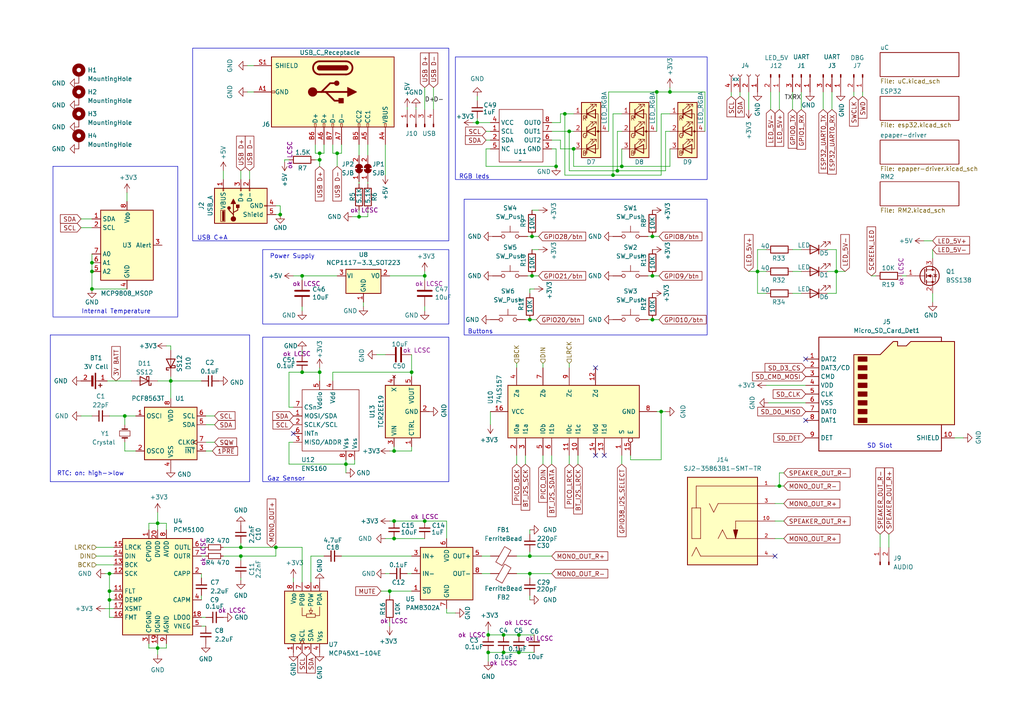
<source format=kicad_sch>
(kicad_sch (version 20250114) (generator "eeschema") (generator_version "9.0")
  (paper "A4")
  (rectangle (start 134.62 57.785) (end 205.105 97.155))
  (rectangle (start 55.88 13.97) (end 130.175 69.85))
  (rectangle (start 76.2 72.39) (end 130.175 93.98))
  (rectangle (start 76.2 97.79) (end 130.175 139.7))
  (rectangle (start 132.08 16.51) (end 205.105 52.07))
  (text "USB C+A" (at 57.15 69.85 0) (effects (font (size 1.27 1.27)) (justify left bottom)))
  (text "SD Slot" (at 251.46 130.175 0) (effects (font (size 1.27 1.27)) (justify left bottom)))
  (text "Internal Temperature" (at 23.622 91.186 0) (effects (font (size 1.27 1.27)) (justify left bottom)))
  (text "RTC: on: high->low" (at 16.51 138.176 0) (effects (font (size 1.27 1.27)) (justify left bottom)))
  (text "Power Supply" (at 78.232 75.184 0) (effects (font (size 1.27 1.27)) (justify left bottom)))
  (text "RGB leds" (at 133.096 52.07 0) (effects (font (size 1.27 1.27)) (justify left bottom)))
  (text "Buttons" (at 135.636 97.028 0) (effects (font (size 1.27 1.27)) (justify left bottom)))
  (text "Gaz Sensor" (at 77.47 139.7 0) (effects (font (size 1.27 1.27)) (justify left bottom)))
  (junction (at 104.14 62.865))
  (junction (at 141.605 189.23))
  (junction (at 81.28 62.23))
  (junction (at 179.07 49.53))
  (junction (at 123.19 151.13))
  (junction (at 226.06 140.97))
  (junction (at 26.67 83.82))
  (junction (at 153.67 166.37))
  (junction (at 189.23 80.01))
  (junction (at 191.77 119.38))
  (junction (at 113.03 171.45))
  (junction (at 166.37 43.18))
  (junction (at 26.67 78.74))
  (junction (at 153.67 92.71))
  (junction (at 97.79 44.45))
  (junction (at 45.72 151.765))
  (junction (at 189.23 68.58))
  (junction (at 69.85 161.29))
  (junction (at 219.71 78.74))
  (junction (at 114.3 151.13))
  (junction (at 161.29 48.26))
  (junction (at 180.34 48.26))
  (junction (at 31.75 173.99))
  (junction (at 163.83 33.02))
  (junction (at 87.63 107.95))
  (junction (at 49.53 110.49))
  (junction (at 242.57 78.74))
  (junction (at 154.305 68.58))
  (junction (at 31.75 166.37))
  (junction (at 114.3 130.81))
  (junction (at 69.85 158.75))
  (junction (at 154.305 80.01))
  (junction (at 45.72 187.96))
  (junction (at 146.05 189.23))
  (junction (at 141.605 184.15))
  (junction (at 92.71 46.355))
  (junction (at 189.23 92.71))
  (junction (at 114.3 156.21))
  (junction (at 119.38 107.95))
  (junction (at 150.495 189.23))
  (junction (at 92.71 107.95))
  (junction (at 190.5 26.67))
  (junction (at 123.19 80.01))
  (junction (at 36.195 120.65))
  (junction (at 100.33 134.62))
  (junction (at 194.31 26.67))
  (junction (at 87.63 80.01))
  (junction (at 26.67 76.2))
  (junction (at 150.495 184.15))
  (junction (at 92.71 44.45))
  (junction (at 146.05 184.15))
  (junction (at 177.8 50.8))
  (junction (at 153.67 161.29))
  (junction (at 31.75 171.45))
  (junction (at 138.43 35.56))
  (junction (at 165.1 38.1))
  (junction (at 80.01 158.75))
  (no_connect (at 233.68 121.92))
  (no_connect (at 233.68 104.14))
  (no_connect (at 85.09 125.73))
  (no_connect (at 172.72 106.68))
  (no_connect (at 224.79 161.29))
  (no_connect (at 172.72 132.08))
  (no_connect (at 175.26 132.08))
  (wire (pts (xy 139.7 166.37) (xy 142.24 166.37)))
  (wire (pts (xy 119.38 130.81) (xy 114.3 130.81)))
  (wire (pts (xy 222.25 111.76) (xy 233.68 111.76)))
  (wire (pts (xy 149.86 105.41) (xy 149.86 106.68)))
  (wire (pts (xy 180.34 134.62) (xy 180.34 132.08)))
  (wire (pts (xy 31.75 171.45) (xy 31.75 173.99)))
  (wire (pts (xy 92.71 48.26) (xy 92.71 46.355)))
  (wire (pts (xy 87.63 88.9) (xy 87.63 90.17)))
  (wire (pts (xy 99.06 44.45) (xy 99.06 41.91)))
  (wire (pts (xy 226.06 26.67) (xy 226.06 31.75)))
  (wire (pts (xy 90.17 161.29) (xy 90.17 168.91)))
  (wire (pts (xy 113.03 130.81) (xy 114.3 130.81)))
  (wire (pts (xy 92.71 107.95) (xy 92.71 110.49)))
  (wire (pts (xy 59.69 181.61) (xy 58.42 181.61)))
  (wire (pts (xy 125.73 25.4) (xy 125.73 31.75)))
  (wire (pts (xy 167.64 134.62) (xy 167.64 132.08)))
  (wire (pts (xy 238.76 31.75) (xy 238.76 26.67)))
  (wire (pts (xy 140.97 38.1) (xy 142.24 38.1)))
  (wire (pts (xy 27.94 158.75) (xy 33.02 158.75)))
  (wire (pts (xy 102.87 133.35) (xy 102.87 134.62)))
  (polyline (pts (xy 15.367 48.26) (xy 15.367 91.821)))
  (wire (pts (xy 223.52 26.67) (xy 223.52 31.75)))
  (polyline (pts (xy 72.39 97.155) (xy 14.605 97.155)))
  (wire (pts (xy 69.85 167.64) (xy 69.85 168.275)))
  (wire (pts (xy 227.33 156.21) (xy 224.79 156.21)))
  (wire (pts (xy 179.07 38.1) (xy 179.07 49.53)))
  (wire (pts (xy 226.06 140.97) (xy 227.33 140.97)))
  (wire (pts (xy 179.07 49.53) (xy 165.1 49.53)))
  (wire (pts (xy 45.72 187.96) (xy 45.72 186.69)))
  (wire (pts (xy 49.53 101.6) (xy 49.53 100.33)))
  (wire (pts (xy 87.63 81.28) (xy 87.63 80.01)))
  (wire (pts (xy 154.305 60.96) (xy 156.21 60.96)))
  (wire (pts (xy 160.02 35.56) (xy 162.56 35.56)))
  (polyline (pts (xy 14.605 139.7) (xy 72.39 139.7)))
  (wire (pts (xy 140.97 48.26) (xy 140.97 43.18)))
  (wire (pts (xy 153.67 153.67) (xy 153.67 154.94)))
  (wire (pts (xy 160.02 40.64) (xy 162.56 40.64)))
  (wire (pts (xy 219.71 78.74) (xy 219.71 85.09)))
  (wire (pts (xy 177.8 33.02) (xy 180.34 33.02)))
  (wire (pts (xy 73.66 19.05) (xy 71.755 19.05)))
  (wire (pts (xy 224.79 140.97) (xy 226.06 140.97)))
  (wire (pts (xy 182.88 133.35) (xy 191.77 133.35)))
  (wire (pts (xy 165.1 134.62) (xy 165.1 132.08)))
  (wire (pts (xy 242.57 85.09) (xy 242.57 78.74)))
  (wire (pts (xy 229.87 85.09) (xy 232.41 85.09)))
  (wire (pts (xy 114.3 130.81) (xy 114.3 129.54)))
  (wire (pts (xy 36.195 130.81) (xy 39.37 130.81)))
  (wire (pts (xy 149.86 134.62) (xy 149.86 132.08)))
  (wire (pts (xy 59.69 128.27) (xy 62.23 128.27)))
  (wire (pts (xy 72.39 49.53) (xy 72.39 52.07)))
  (wire (pts (xy 154.94 184.15) (xy 150.495 184.15)))
  (wire (pts (xy 36.195 120.65) (xy 36.195 123.19)))
  (wire (pts (xy 113.03 151.13) (xy 114.3 151.13)))
  (wire (pts (xy 23.495 63.5) (xy 26.67 63.5)))
  (wire (pts (xy 214.63 27.94) (xy 214.63 26.67)))
  (wire (pts (xy 138.43 34.29) (xy 138.43 35.56)))
  (wire (pts (xy 138.43 35.56) (xy 142.24 35.56)))
  (polyline (pts (xy 14.605 97.155) (xy 14.605 139.7)))
  (wire (pts (xy 85.09 128.27) (xy 83.82 128.27)))
  (wire (pts (xy 113.03 166.37) (xy 111.76 166.37)))
  (wire (pts (xy 191.135 80.01) (xy 189.23 80.01)))
  (wire (pts (xy 43.18 186.69) (xy 43.18 187.96)))
  (wire (pts (xy 43.18 187.96) (xy 45.72 187.96)))
  (wire (pts (xy 241.3 31.75) (xy 241.3 26.67)))
  (wire (pts (xy 176.53 26.67) (xy 176.53 38.1)))
  (wire (pts (xy 73.66 26.67) (xy 71.755 26.67)))
  (wire (pts (xy 217.17 31.75) (xy 217.17 26.67)))
  (wire (pts (xy 177.8 50.8) (xy 191.77 50.8)))
  (wire (pts (xy 30.48 176.53) (xy 33.02 176.53)))
  (wire (pts (xy 222.885 116.84) (xy 233.68 116.84)))
  (wire (pts (xy 153.67 161.29) (xy 160.02 161.29)))
  (wire (pts (xy 180.34 48.26) (xy 180.34 43.18)))
  (wire (pts (xy 45.72 110.49) (xy 49.53 110.49)))
  (wire (pts (xy 152.4 134.62) (xy 152.4 132.08)))
  (wire (pts (xy 69.85 161.29) (xy 80.01 161.29)))
  (wire (pts (xy 26.67 73.66) (xy 26.67 76.2)))
  (wire (pts (xy 227.33 146.05) (xy 224.79 146.05)))
  (wire (pts (xy 141.605 189.23) (xy 146.05 189.23)))
  (wire (pts (xy 31.115 110.49) (xy 38.1 110.49)))
  (wire (pts (xy 163.83 50.8) (xy 177.8 50.8)))
  (wire (pts (xy 81.28 59.69) (xy 81.28 62.23)))
  (wire (pts (xy 240.03 72.39) (xy 242.57 72.39)))
  (wire (pts (xy 96.52 41.91) (xy 96.52 44.45)))
  (wire (pts (xy 87.63 101.6) (xy 87.63 102.87)))
  (wire (pts (xy 59.69 123.19) (xy 62.23 123.19)))
  (wire (pts (xy 140.97 43.18) (xy 142.24 43.18)))
  (wire (pts (xy 229.87 78.74) (xy 232.41 78.74)))
  (wire (pts (xy 190.5 119.38) (xy 191.77 119.38)))
  (wire (pts (xy 83.82 128.27) (xy 83.82 134.62)))
  (wire (pts (xy 100.33 134.62) (xy 100.33 133.35)))
  (wire (pts (xy 153.67 160.02) (xy 153.67 161.29)))
  (wire (pts (xy 132.08 177.8) (xy 129.54 177.8)))
  (wire (pts (xy 31.75 173.99) (xy 33.02 173.99)))
  (wire (pts (xy 92.71 46.355) (xy 92.71 44.45)))
  (wire (pts (xy 240.03 78.74) (xy 242.57 78.74)))
  (wire (pts (xy 106.68 41.91) (xy 106.68 45.085)))
  (wire (pts (xy 153.67 166.37) (xy 160.02 166.37)))
  (wire (pts (xy 261.62 80.01) (xy 262.89 80.01)))
  (wire (pts (xy 193.04 38.1) (xy 193.04 49.53)))
  (wire (pts (xy 154.305 72.39) (xy 156.21 72.39)))
  (wire (pts (xy 161.29 43.18) (xy 161.29 48.26)))
  (wire (pts (xy 189.23 92.71) (xy 187.96 92.71)))
  (wire (pts (xy 96.52 44.45) (xy 97.79 44.45)))
  (wire (pts (xy 279.4 127) (xy 276.86 127)))
  (wire (pts (xy 96.52 107.95) (xy 96.52 110.49)))
  (wire (pts (xy 191.135 92.71) (xy 189.23 92.71)))
  (wire (pts (xy 245.11 78.74) (xy 242.57 78.74)))
  (wire (pts (xy 43.18 153.67) (xy 43.18 151.765)))
  (wire (pts (xy 109.22 102.87) (xy 111.76 102.87)))
  (wire (pts (xy 190.5 26.67) (xy 194.31 26.67)))
  (wire (pts (xy 82.55 46.99) (xy 82.55 46.355)))
  (wire (pts (xy 45.72 189.865) (xy 45.72 187.96)))
  (wire (pts (xy 163.83 33.02) (xy 166.37 33.02)))
  (wire (pts (xy 179.07 49.53) (xy 193.04 49.53)))
  (wire (pts (xy 30.48 166.37) (xy 31.75 166.37)))
  (wire (pts (xy 45.72 151.765) (xy 45.72 153.67)))
  (wire (pts (xy 27.94 161.29) (xy 33.02 161.29)))
  (wire (pts (xy 36.195 128.27) (xy 36.195 130.81)))
  (wire (pts (xy 165.1 38.1) (xy 166.37 38.1)))
  (wire (pts (xy 191.77 133.35) (xy 191.77 119.38)))
  (wire (pts (xy 69.85 158.75) (xy 80.01 158.75)))
  (wire (pts (xy 242.57 72.39) (xy 242.57 78.74)))
  (wire (pts (xy 194.31 38.1) (xy 193.04 38.1)))
  (wire (pts (xy 162.56 40.64) (xy 162.56 43.18)))
  (wire (pts (xy 104.14 41.91) (xy 104.14 45.085)))
  (wire (pts (xy 219.71 72.39) (xy 222.25 72.39)))
  (wire (pts (xy 58.42 166.37) (xy 58.42 167.64)))
  (wire (pts (xy 97.79 48.26) (xy 97.79 44.45)))
  (wire (pts (xy 176.53 26.67) (xy 190.5 26.67)))
  (wire (pts (xy 69.85 49.53) (xy 69.85 52.07)))
  (wire (pts (xy 27.94 163.83) (xy 33.02 163.83)))
  (wire (pts (xy 59.69 179.07) (xy 58.42 179.07)))
  (wire (pts (xy 80.01 161.29) (xy 80.01 158.75)))
  (wire (pts (xy 92.71 44.45) (xy 93.98 44.45)))
  (wire (pts (xy 48.26 187.96) (xy 45.72 187.96)))
  (wire (pts (xy 123.19 80.01) (xy 123.19 78.74)))
  (wire (pts (xy 118.11 166.37) (xy 119.38 166.37)))
  (wire (pts (xy 49.53 100.33) (xy 48.26 100.33)))
  (wire (pts (xy 152.4 92.71) (xy 153.67 92.71)))
  (wire (pts (xy 189.23 68.58) (xy 187.96 68.58)))
  (wire (pts (xy 204.47 38.1) (xy 204.47 26.67)))
  (wire (pts (xy 219.71 72.39) (xy 219.71 78.74)))
  (wire (pts (xy 90.17 161.29) (xy 93.98 161.29)))
  (wire (pts (xy 82.55 46.355) (xy 83.82 46.355)))
  (wire (pts (xy 190.5 38.1) (xy 190.5 26.67)))
  (wire (pts (xy 114.3 156.21) (xy 123.19 156.21)))
  (wire (pts (xy 255.27 154.94) (xy 255.27 158.75)))
  (wire (pts (xy 182.88 133.35) (xy 182.88 132.08)))
  (wire (pts (xy 87.63 107.95) (xy 92.71 107.95)))
  (wire (pts (xy 123.19 151.13) (xy 129.54 151.13)))
  (wire (pts (xy 157.48 134.62) (xy 157.48 132.08)))
  (wire (pts (xy 153.67 167.64) (xy 153.67 166.37)))
  (wire (pts (xy 153.035 80.01) (xy 154.305 80.01)))
  (wire (pts (xy 163.83 33.02) (xy 163.83 50.8)))
  (wire (pts (xy 31.75 166.37) (xy 33.02 166.37)))
  (wire (pts (xy 97.79 44.45) (xy 99.06 44.45)))
  (wire (pts (xy 31.75 179.07) (xy 33.02 179.07)))
  (wire (pts (xy 106.68 52.705) (xy 106.68 53.34)))
  (wire (pts (xy 123.19 81.28) (xy 123.19 80.01)))
  (wire (pts (xy 141.605 184.15) (xy 146.05 184.15)))
  (wire (pts (xy 166.37 43.18) (xy 166.37 48.26)))
  (wire (pts (xy 257.81 154.94) (xy 257.81 158.75)))
  (wire (pts (xy 99.06 161.29) (xy 119.38 161.29)))
  (wire (pts (xy 217.17 78.74) (xy 219.71 78.74)))
  (wire (pts (xy 92.71 106.68) (xy 92.71 107.95)))
  (wire (pts (xy 85.09 80.01) (xy 87.63 80.01)))
  (wire (pts (xy 97.79 80.01) (xy 87.63 80.01)))
  (wire (pts (xy 129.54 151.13) (xy 129.54 156.21)))
  (wire (pts (xy 138.43 27.94) (xy 138.43 29.21)))
  (wire (pts (xy 129.54 176.53) (xy 129.54 177.8)))
  (wire (pts (xy 59.69 120.65) (xy 62.23 120.65)))
  (wire (pts (xy 59.69 161.29) (xy 58.42 161.29)))
  (wire (pts (xy 191.77 119.38) (xy 193.04 119.38)))
  (wire (pts (xy 227.33 137.16) (xy 226.06 137.16)))
  (wire (pts (xy 162.56 33.02) (xy 163.83 33.02)))
  (wire (pts (xy 111.76 41.91) (xy 111.76 50.8)))
  (wire (pts (xy 26.67 83.82) (xy 36.83 83.82)))
  (wire (pts (xy 180.34 38.1) (xy 179.07 38.1)))
  (wire (pts (xy 39.37 120.65) (xy 36.195 120.65)))
  (wire (pts (xy 240.03 85.09) (xy 242.57 85.09)))
  (polyline (pts (xy 51.562 48.26) (xy 15.367 48.26)))
  (wire (pts (xy 123.19 31.75) (xy 123.19 25.4)))
  (wire (pts (xy 250.19 27.94) (xy 250.19 26.67)))
  (wire (pts (xy 31.75 166.37) (xy 31.75 171.45)))
  (wire (pts (xy 226.06 137.16) (xy 226.06 140.97)))
  (wire (pts (xy 119.38 102.87) (xy 119.38 107.95)))
  (wire (pts (xy 232.41 31.75) (xy 232.41 26.67)))
  (wire (pts (xy 31.75 171.45) (xy 33.02 171.45)))
  (wire (pts (xy 85.09 118.11) (xy 83.82 118.11)))
  (wire (pts (xy 153.67 173.99) (xy 153.67 172.72)))
  (wire (pts (xy 113.03 171.45) (xy 119.38 171.45)))
  (wire (pts (xy 91.44 41.91) (xy 91.44 44.45)))
  (wire (pts (xy 31.75 173.99) (xy 31.75 179.07)))
  (wire (pts (xy 104.14 52.705) (xy 104.14 53.34)))
  (wire (pts (xy 59.69 130.81) (xy 61.595 130.81)))
  (wire (pts (xy 160.02 38.1) (xy 165.1 38.1)))
  (wire (pts (xy 141.605 182.88) (xy 141.605 184.15)))
  (wire (pts (xy 194.31 25.4) (xy 194.31 26.67)))
  (wire (pts (xy 100.33 137.16) (xy 100.33 134.62)))
  (wire (pts (xy 80.01 158.75) (xy 87.63 158.75)))
  (wire (pts (xy 153.67 83.82) (xy 154.94 83.82)))
  (wire (pts (xy 106.68 60.96) (xy 106.68 62.865)))
  (wire (pts (xy 80.01 59.69) (xy 81.28 59.69)))
  (wire (pts (xy 49.53 109.22) (xy 49.53 110.49)))
  (wire (pts (xy 102.87 134.62) (xy 100.33 134.62)))
  (wire (pts (xy 64.77 49.53) (xy 64.77 52.07)))
  (wire (pts (xy 270.51 87.63) (xy 270.51 85.09)))
  (wire (pts (xy 160.02 43.18) (xy 161.29 43.18)))
  (wire (pts (xy 162.56 43.18) (xy 166.37 43.18)))
  (wire (pts (xy 119.38 129.54) (xy 119.38 130.81)))
  (wire (pts (xy 118.11 31.75) (xy 118.11 31.115)))
  (wire (pts (xy 227.33 151.13) (xy 224.79 151.13)))
  (wire (pts (xy 45.72 148.59) (xy 45.72 151.765)))
  (wire (pts (xy 146.05 189.23) (xy 150.495 189.23)))
  (wire (pts (xy 48.26 153.67) (xy 48.26 151.765)))
  (wire (pts (xy 93.98 44.45) (xy 93.98 41.91)))
  (wire (pts (xy 49.53 110.49) (xy 49.53 115.57)))
  (wire (pts (xy 142.24 123.19) (xy 142.24 119.38)))
  (wire (pts (xy 83.82 134.62) (xy 100.33 134.62)))
  (wire (pts (xy 191.77 33.02) (xy 191.77 50.8)))
  (wire (pts (xy 85.09 167.64) (xy 85.09 168.91)))
  (wire (pts (xy 219.71 78.74) (xy 222.25 78.74)))
  (polyline (pts (xy 51.562 91.821) (xy 51.562 48.26)))
  (wire (pts (xy 106.68 62.865) (xy 104.14 62.865)))
  (wire (pts (xy 64.77 158.75) (xy 69.85 158.75)))
  (wire (pts (xy 157.48 105.41) (xy 157.48 106.68)))
  (wire (pts (xy 105.41 87.63) (xy 105.41 88.9)))
  (wire (pts (xy 113.03 171.45) (xy 110.49 171.45)))
  (wire (pts (xy 26.67 78.74) (xy 26.67 83.82)))
  (wire (pts (xy 123.19 88.9) (xy 123.19 90.17)))
  (wire (pts (xy 160.02 134.62) (xy 160.02 132.08)))
  (wire (pts (xy 114.3 151.13) (xy 123.19 151.13)))
  (wire (pts (xy 137.16 35.56) (xy 138.43 35.56)))
  (wire (pts (xy 113.03 172.72) (xy 113.03 171.45)))
  (wire (pts (xy 154.305 68.58) (xy 156.21 68.58)))
  (wire (pts (xy 162.56 35.56) (xy 162.56 33.02)))
  (wire (pts (xy 165.1 38.1) (xy 165.1 49.53)))
  (wire (pts (xy 23.495 66.04) (xy 26.67 66.04)))
  (polyline (pts (xy 72.39 139.7) (xy 72.39 97.155)))
  (wire (pts (xy 212.09 27.94) (xy 212.09 26.67)))
  (wire (pts (xy 87.63 158.75) (xy 87.63 168.91)))
  (wire (pts (xy 153.67 92.71) (xy 155.575 92.71)))
  (wire (pts (xy 43.18 151.765) (xy 45.72 151.765)))
  (wire (pts (xy 153.67 85.09) (xy 153.67 83.82)))
  (wire (pts (xy 104.14 60.96) (xy 104.14 62.865)))
  (wire (pts (xy 58.42 172.72) (xy 58.42 173.99)))
  (wire (pts (xy 219.71 85.09) (xy 222.25 85.09)))
  (wire (pts (xy 189.23 80.01) (xy 187.96 80.01)))
  (wire (pts (xy 161.29 48.26) (xy 140.97 48.26)))
  (wire (pts (xy 64.77 161.29) (xy 69.85 161.29)))
  (wire (pts (xy 165.1 105.41) (xy 165.1 106.68)))
  (wire (pts (xy 149.86 161.29) (xy 153.67 161.29)))
  (wire (pts (xy 69.85 157.48) (xy 69.85 158.75)))
  (wire (pts (xy 247.65 27.94) (xy 247.65 26.67)))
  (wire (pts (xy 31.75 120.65) (xy 36.195 120.65)))
  (wire (pts (xy 26.67 76.2) (xy 26.67 78.74)))
  (wire (pts (xy 83.82 118.11) (xy 83.82 107.95)))
  (wire (pts (xy 153.035 68.58) (xy 154.305 68.58)))
  (wire (pts (xy 91.44 44.45) (xy 92.71 44.45)))
  (wire (pts (xy 177.8 50.8) (xy 177.8 33.02)))
  (wire (pts (xy 194.31 33.02) (xy 191.77 33.02)))
  (wire (pts (xy 267.97 69.85) (xy 270.51 69.85)))
  (wire (pts (xy 59.69 158.75) (xy 58.42 158.75)))
  (wire (pts (xy 140.97 40.64) (xy 142.24 40.64)))
  (wire (pts (xy 102.235 62.865) (xy 104.14 62.865)))
  (wire (pts (xy 96.52 107.95) (xy 119.38 107.95)))
  (wire (pts (xy 146.05 184.15) (xy 150.495 184.15)))
  (wire (pts (xy 69.85 162.56) (xy 69.85 161.29)))
  (wire (pts (xy 81.28 62.23) (xy 80.01 62.23)))
  (wire (pts (xy 83.82 107.95) (xy 87.63 107.95)))
  (wire (pts (xy 113.03 181.61) (xy 113.03 180.34)))
  (wire (pts (xy 270.51 72.39) (xy 270.51 74.93)))
  (wire (pts (xy 229.87 72.39) (xy 232.41 72.39)))
  (wire (pts (xy 111.76 156.21) (xy 114.3 156.21)))
  (wire (pts (xy 36.83 55.88) (xy 36.83 58.42)))
  (wire (pts (xy 229.87 31.75) (xy 229.87 26.67)))
  (wire (pts (xy 139.7 161.29) (xy 142.24 161.29)))
  (polyline (pts (xy 15.367 91.948) (xy 51.562 91.948)))
  (wire (pts (xy 120.65 31.75) (xy 120.65 31.115)))
  (wire (pts (xy 150.495 189.23) (xy 154.94 189.23)))
  (wire (pts (xy 119.38 107.95) (xy 119.38 109.22)))
  (wire (pts (xy 149.86 166.37) (xy 153.67 166.37)))
  (wire (pts (xy 48.26 186.69) (xy 48.26 187.96)))
  (wire (pts (xy 166.37 48.26) (xy 180.34 48.26)))
  (wire (pts (xy 154.305 80.01) (xy 156.21 80.01)))
  (wire (pts (xy 49.53 110.49) (xy 58.42 110.49)))
  (wire (pts (xy 180.34 48.26) (xy 194.31 48.26)))
  (wire (pts (xy 194.31 26.67) (xy 204.47 26.67)))
  (wire (pts (xy 45.72 151.765) (xy 48.26 151.765)))
  (wire (pts (xy 113.03 80.01) (xy 123.19 80.01)))
  (wire (pts (xy 23.495 120.65) (xy 26.67 120.65)))
  (wire (pts (xy 252.73 80.01) (xy 254 80.01)))
  (wire (pts (xy 194.31 43.18) (xy 194.31 48.26)))
  (wire (pts (xy 191.135 68.58) (xy 189.23 68.58)))
  (wire (pts (xy 141.605 189.23) (xy 141.605 191.77)))
  (wire (pts (xy 91.44 46.355) (xy 92.71 46.355)))
  (label "D-" (at 125.73 29.845 0))
  (label "D+" (at 123.19 29.845 0))
  (label "RX" (at 232.41 29.21 180))
  (label "TX" (at 229.87 29.21 180))
  (global_label "PICO_DIN" (shape input) (at 157.48 134.62 270) (property "Intersheetrefs" "${INTERSHEET_REFS}" (effects (hide yes))))
  (global_label "MONO_OUT+" (shape input) (at 78.74 158.75 90) (property "Intersheetrefs" "${INTERSHEET_REFS}" (effects (hide yes))))
  (global_label "1~{PRE}" (shape input) (at 61.595 130.81 0) (property "Intersheetrefs" "${INTERSHEET_REFS}" (effects (hide yes))))
  (global_label "SDA" (shape input) (at 90.17 189.23 270) (property "Intersheetrefs" "${INTERSHEET_REFS}" (effects (hide yes))))
  (global_label "SD_D3_CS" (shape input) (at 233.68 106.68 180) (property "Intersheetrefs" "${INTERSHEET_REFS}" (effects (hide yes))))
  (global_label "SD_DET" (shape input) (at 233.68 127 180) (property "Intersheetrefs" "${INTERSHEET_REFS}" (effects (hide yes))))
  (global_label "USB D+" (shape input) (at 69.85 49.53 90) (property "Intersheetrefs" "${INTERSHEET_REFS}" (effects (hide yes))))
  (global_label "3V BATT" (shape input) (at 33.655 110.49 90) (property "Intersheetrefs" "${INTERSHEET_REFS}" (effects (hide yes))))
  (global_label "BT_I2S_LRCK" (shape input) (at 167.64 134.62 270) (property "Intersheetrefs" "${INTERSHEET_REFS}" (effects (hide yes))))
  (global_label "USB D+" (shape input) (at 123.19 25.4 90) (property "Intersheetrefs" "${INTERSHEET_REFS}" (effects (hide yes))))
  (global_label "SWCLK" (shape input) (at 247.65 27.94 270) (property "Intersheetrefs" "${INTERSHEET_REFS}" (effects (hide yes))))
  (global_label "SDA" (shape input) (at 23.495 63.5 180) (property "Intersheetrefs" "${INTERSHEET_REFS}" (effects (hide yes))))
  (global_label "SPEAKER_OUT_R+" (shape input) (at 227.33 151.13 0) (property "Intersheetrefs" "${INTERSHEET_REFS}" (effects (hide yes))))
  (global_label "GPIO10{slash}btn" (shape input) (at 191.135 92.71 0) (property "Intersheetrefs" "${INTERSHEET_REFS}" (effects (hide yes))))
  (global_label "SPEAKER_OUT_R-" (shape input) (at 255.27 154.94 90) (property "Intersheetrefs" "${INTERSHEET_REFS}" (effects (hide yes))))
  (global_label "SCL" (shape input) (at 23.495 66.04 180) (property "Intersheetrefs" "${INTERSHEET_REFS}" (effects (hide yes))))
  (global_label "USB D+" (shape input) (at 92.71 48.26 270) (property "Intersheetrefs" "${INTERSHEET_REFS}" (effects (hide yes))))
  (global_label "LED_5V-" (shape input) (at 223.52 31.75 270) (property "Intersheetrefs" "${INTERSHEET_REFS}" (effects (hide yes))))
  (global_label "USB D-" (shape input) (at 125.73 25.4 90) (property "Intersheetrefs" "${INTERSHEET_REFS}" (effects (hide yes))))
  (global_label "SDA" (shape input) (at 85.09 120.65 180) (property "Intersheetrefs" "${INTERSHEET_REFS}" (effects (hide yes))))
  (global_label "SD_D0_MISO" (shape input) (at 233.68 119.38 180) (property "Intersheetrefs" "${INTERSHEET_REFS}" (effects (hide yes))))
  (global_label "SD_CLK" (shape input) (at 233.68 114.3 180) (property "Intersheetrefs" "${INTERSHEET_REFS}" (effects (hide yes))))
  (global_label "MONO_OUT_R+" (shape input) (at 160.02 161.29 0) (property "Intersheetrefs" "${INTERSHEET_REFS}" (effects (hide yes))))
  (global_label "SCL" (shape input) (at 62.23 120.65 0) (property "Intersheetrefs" "${INTERSHEET_REFS}" (effects (hide yes))))
  (global_label "MUTE" (shape input) (at 110.49 171.45 180) (property "Intersheetrefs" "${INTERSHEET_REFS}" (effects (hide yes))))
  (global_label "LED_5V+" (shape input) (at 270.51 69.85 0) (property "Intersheetrefs" "${INTERSHEET_REFS}" (effects (hide yes))))
  (global_label "SQW" (shape input) (at 62.23 128.27 0) (property "Intersheetrefs" "${INTERSHEET_REFS}" (effects (hide yes))))
  (global_label "SCL" (shape input) (at 85.09 123.19 180) (property "Intersheetrefs" "${INTERSHEET_REFS}" (effects (hide yes))))
  (global_label "SPEAKER_OUT_R-" (shape input) (at 227.33 137.16 0) (property "Intersheetrefs" "${INTERSHEET_REFS}" (effects (hide yes))))
  (global_label "GPIO8{slash}btn" (shape input) (at 191.135 68.58 0) (property "Intersheetrefs" "${INTERSHEET_REFS}" (effects (hide yes))))
  (global_label "GPIO1_RX" (shape input) (at 232.41 31.75 270) (property "Intersheetrefs" "${INTERSHEET_REFS}" (effects (hide yes))))
  (global_label "PICO_LRCK" (shape input) (at 165.1 134.62 270) (property "Intersheetrefs" "${INTERSHEET_REFS}" (effects (hide yes))))
  (global_label "SCL" (shape input) (at 140.97 38.1 180) (property "Intersheetrefs" "${INTERSHEET_REFS}" (effects (hide yes))))
  (global_label "SCREEN_LED" (shape input) (at 252.73 80.01 90) (property "Intersheetrefs" "${INTERSHEET_REFS}" (effects (hide yes))))
  (global_label "MONO_OUT_R-" (shape input) (at 227.33 140.97 0) (property "Intersheetrefs" "${INTERSHEET_REFS}" (effects (hide yes))))
  (global_label "SDA" (shape input) (at 214.63 27.94 270) (property "Intersheetrefs" "${INTERSHEET_REFS}" (effects (hide yes))))
  (global_label "MONO_OUT_R-" (shape input) (at 160.02 166.37 0) (property "Intersheetrefs" "${INTERSHEET_REFS}" (effects (hide yes))))
  (global_label "LED_5V+" (shape input) (at 226.06 31.75 270) (property "Intersheetrefs" "${INTERSHEET_REFS}" (effects (hide yes))))
  (global_label "SCL" (shape input) (at 212.09 27.94 270) (property "Intersheetrefs" "${INTERSHEET_REFS}" (effects (hide yes))))
  (global_label "GPIO9{slash}btn" (shape input) (at 191.135 80.01 0) (property "Intersheetrefs" "${INTERSHEET_REFS}" (effects (hide yes))))
  (global_label "SWD" (shape input) (at 250.19 27.94 270) (property "Intersheetrefs" "${INTERSHEET_REFS}" (effects (hide yes))))
  (global_label "GPIO28{slash}btn" (shape input) (at 156.21 68.58 0) (property "Intersheetrefs" "${INTERSHEET_REFS}" (effects (hide yes))))
  (global_label "SDA" (shape input) (at 62.23 123.19 0) (property "Intersheetrefs" "${INTERSHEET_REFS}" (effects (hide yes))))
  (global_label "PICO_BCK" (shape input) (at 149.86 134.62 270) (property "Intersheetrefs" "${INTERSHEET_REFS}" (effects (hide yes))))
  (global_label "SCL" (shape input) (at 87.63 189.23 270) (property "Intersheetrefs" "${INTERSHEET_REFS}" (effects (hide yes))))
  (global_label "SD_CMD_MOSI" (shape input) (at 233.68 109.22 180) (property "Intersheetrefs" "${INTERSHEET_REFS}" (effects (hide yes))))
  (global_label "LED_5V+" (shape input) (at 217.17 78.74 90) (property "Intersheetrefs" "${INTERSHEET_REFS}" (effects (hide yes))))
  (global_label "ESP32_UART0_RX" (shape input) (at 241.3 31.75 270) (property "Intersheetrefs" "${INTERSHEET_REFS}" (effects (hide yes))))
  (global_label "ESP32_UART0_TX" (shape input) (at 238.76 31.75 270) (property "Intersheetrefs" "${INTERSHEET_REFS}" (effects (hide yes))))
  (global_label "BT_I2S_SCK" (shape input) (at 152.4 134.62 270) (property "Intersheetrefs" "${INTERSHEET_REFS}" (effects (hide yes))))
  (global_label "GPIO0_TX" (shape input) (at 229.87 31.75 270) (property "Intersheetrefs" "${INTERSHEET_REFS}" (effects (hide yes))))
  (global_label "USB D-" (shape input) (at 97.79 48.26 270) (property "Intersheetrefs" "${INTERSHEET_REFS}" (effects (hide yes))))
  (global_label "MONO_OUT_R+" (shape input) (at 227.33 156.21 0) (property "Intersheetrefs" "${INTERSHEET_REFS}" (effects (hide yes))))
  (global_label "USB D-" (shape input) (at 72.39 49.53 90) (property "Intersheetrefs" "${INTERSHEET_REFS}" (effects (hide yes))))
  (global_label "LED_5V-" (shape input) (at 245.11 78.74 90) (property "Intersheetrefs" "${INTERSHEET_REFS}" (effects (hide yes))))
  (global_label "GPIO38_I2S_SELECT" (shape input) (at 180.34 134.62 270) (property "Intersheetrefs" "${INTERSHEET_REFS}" (effects (hide yes))))
  (global_label "GPIO21{slash}btn" (shape input) (at 156.21 80.01 0) (property "Intersheetrefs" "${INTERSHEET_REFS}" (effects (hide yes))))
  (global_label "SPEAKER_OUT_R+" (shape input) (at 257.81 154.94 90) (property "Intersheetrefs" "${INTERSHEET_REFS}" (effects (hide yes))))
  (global_label "LED_5V-" (shape input) (at 270.51 72.39 0) (property "Intersheetrefs" "${INTERSHEET_REFS}" (effects (hide yes))))
  (global_label "GPIO20{slash}btn" (shape input) (at 155.575 92.71 0) (property "Intersheetrefs" "${INTERSHEET_REFS}" (effects (hide yes))))
  (global_label "MONO_OUT_R+" (shape input) (at 227.33 146.05 0) (property "Intersheetrefs" "${INTERSHEET_REFS}" (effects (hide yes))))
  (global_label "BT_I2S_SDATA" (shape input) (at 160.02 134.62 270) (property "Intersheetrefs" "${INTERSHEET_REFS}" (effects (hide yes))))
  (global_label "SDA" (shape input) (at 140.97 40.64 180) (property "Intersheetrefs" "${INTERSHEET_REFS}" (effects (hide yes))))
  (hierarchical_label "LRCK" (shape input) (at 165.1 105.41 90))
  (hierarchical_label "DIN" (shape input) (at 157.48 105.41 90))
  (hierarchical_label "BCK" (shape input) (at 149.86 105.41 90))
  (hierarchical_label "LRCK" (shape input) (at 27.94 158.75 180))
  (hierarchical_label "DIN" (shape input) (at 27.94 161.29 180))
  (hierarchical_label "BCK" (shape input) (at 27.94 163.83 180))
  (symbol (lib_id "power:+3V3") (at 156.21 72.39 270) (unit 1)
    (property "Reference" "#PWR09" (effects (hide yes)))
    (property "Value" "+3V3" (at 160.6042 72.771 0))
  )
  (symbol (lib_id "Device:Battery_Cell") (at 26.035 110.49 270) (unit 1)
    (property "Reference" "BT1" (at 27.8765 103.8225 90))
    (property "Value" "3V Cell" (at 27.8765 106.3625 90))
    (property "Footprint" "cell:MPD_BC501SM-TR" (effects (hide yes)))
  )
  (symbol (lib_id "Device:R") (at 189.23 64.77 0) (unit 1)
    (property "Reference" "R8" (at 186.69 66.04 90) (effects (justify left)))
    (property "Value" "10K" (at 189.23 66.675 90) (effects (justify left)))
    (property "Footprint" "Resistor_SMD:R_0603_1608Metric" (effects (hide yes)))
    (property "LCSC" "C25744" (effects (hide yes)))
  )
  (symbol (lib_id "Device:C_Small") (at 96.52 161.29 90) (unit 1)
    (property "Reference" "C18" (at 96.52 158.75 90))
    (property "Value" "4.7uF" (at 96.52 156.718 90))
    (property "Footprint" "Capacitor_SMD:C_0603_1608Metric" (effects (hide yes)))
  )
  (symbol (lib_id "Connector:Conn_01x02_Pin") (at 250.19 21.59 270) (unit 1)
    (property "Reference" "J7" (at 247.396 19.05 90) (effects (justify left)))
    (property "Value" "DBG" (at 246.634 16.764 90) (effects (justify left)))
    (property "Footprint" "Connector_PinHeader_2.54mm:PinHeader_1x02_P2.54mm_Vertical" (effects (hide yes)))
  )
  (symbol (lib_id "power:GND") (at 63.5 110.49 90) (unit 1)
    (property "Reference" "#PWR05" (effects (hide yes)))
    (property "Value" "GND" (at 66.675 110.9238 90) (effects (justify right)))
  )
  (symbol (lib_id "power:GND") (at 45.72 189.865 0) (unit 1)
    (property "Reference" "#PWR037" (effects (hide yes)))
    (property "Value" "GND" (at 45.72 194.31 0))
  )
  (symbol (lib_id "power:GND") (at 123.19 90.17 0) (unit 1)
    (property "Reference" "#PWR062" (effects (hide yes)))
    (property "Value" "GND" (at 119.38 91.44 0))
  )
  (symbol (lib_id "Device:C_Small") (at 114.3 153.67 0) (unit 1)
    (property "Reference" "C15" (at 116.332 152.4 0) (effects (justify left)))
    (property "Value" "10uF" (at 116.205 154.3939 0) (effects (justify left)))
    (property "Footprint" "Capacitor_SMD:C_0603_1608Metric" (effects (hide yes)))
  )
  (symbol (lib_id "power:GND") (at 22.86 36.83 270) (unit 1)
    (property "Reference" "#PWR066" (effects (hide yes)))
    (property "Value" "GND" (at 19.05 36.83 90) (effects (justify right)))
  )
  (symbol (lib_id "power:GND") (at 161.29 48.26 0) (unit 1)
    (property "Reference" "#PWR089" (effects (hide yes)))
    (property "Value" "GND" (at 157.734 49.784 0))
  )
  (symbol (lib_id "Device:C") (at 115.57 102.87 270) (unit 1)
    (property "Reference" "C50" (at 113.792 106.172 90) (effects (justify left)))
    (property "Value" "10uF" (at 113.538 99.822 90) (effects (justify left)))
    (property "Footprint" "Capacitor_SMD:C_0805_2012Metric" (effects (hide yes)))
    (property "Description" "ok LCSC" (at 120.904 101.6 90))
    (property "LCSC" "C15850" (effects (hide yes)))
  )
  (symbol (lib_id "power:+3V3") (at 45.72 148.59 0) (unit 1)
    (property "Reference" "#PWR03" (effects (hide yes)))
    (property "Value" "+3V3" (at 46.101 144.1958 0))
  )
  (symbol (lib_id "power:GND") (at 109.22 102.87 270) (unit 1)
    (property "Reference" "#PWR0113" (effects (hide yes)))
    (property "Value" "GND" (at 104.902 103.124 0))
  )
  (symbol (lib_id "Device:C_Small") (at 69.85 165.1 180) (unit 1)
    (property "Reference" "C11" (at 73.025 165.1 90))
    (property "Value" "2.2nF" (at 74.93 165.1 90))
    (property "Footprint" "Capacitor_SMD:C_0603_1608Metric" (effects (hide yes)))
  )
  (symbol (lib_id "power:GND") (at 105.41 88.9 0) (unit 1)
    (property "Reference" "#PWR060" (effects (hide yes)))
    (property "Value" "GND" (at 101.6 90.17 0))
  )
  (symbol (lib_id "power:+5V") (at 118.11 31.115 0) (unit 1)
    (property "Reference" "#PWR056" (effects (hide yes)))
    (property "Value" "+5V" (at 118.11 27.94 90) (effects (justify left)))
  )
  (symbol (lib_id "power:GND") (at 87.63 101.6 180) (unit 1)
    (property "Reference" "#PWR0114" (effects (hide yes)))
    (property "Value" "GND" (at 84.328 100.33 0))
  )
  (symbol (lib_id "Connector:Micro_SD_Card_Det1") (at 256.54 114.3 0) (unit 1)
    (property "Reference" "J5" (at 257.175 93.345 0))
    (property "Value" "Micro_SD_Card_Det1" (at 257.175 95.885 0))
    (property "Footprint" "clock:microSD_HC_Hirose_DM3AT-SF-PEJM5_combined_MSD-4-A" (effects (hide yes)))
    (property "Datasheet" "https://datasheet.lcsc.com/lcsc/2110151630_XKB-Connectivity-XKTF-015-N_C381082.pdf" (effects (hide yes)))
  )
  (symbol (lib_id "power:+3V3") (at 222.25 111.76 90) (unit 1)
    (property "Reference" "#PWR034" (effects (hide yes)))
    (property "Value" "+3V3" (at 216.408 111.76 90))
  )
  (symbol (lib_id "Device:C_Small") (at 69.85 154.94 0) (unit 1)
    (property "Reference" "C10" (at 74.93 154.94 90))
    (property "Value" "2.2nF" (at 73.025 154.94 90))
    (property "Footprint" "Capacitor_SMD:C_0603_1608Metric" (effects (hide yes)))
  )
  (symbol (lib_id "Device:C_Small") (at 153.67 157.48 180) (unit 1)
    (property "Reference" "C30" (at 159.512 158.242 0) (effects (justify left)))
    (property "Value" "220pF" (at 161.798 156.21 0) (effects (justify left)))
    (property "Footprint" "Capacitor_SMD:C_0603_1608Metric" (effects (hide yes)))
  )
  (symbol (lib_id "power:GND") (at 243.84 26.67 0) (unit 1)
    (property "Reference" "#PWR049" (effects (hide yes)))
    (property "Value" "GND" (at 244.094 34.036 90) (effects (justify left)))
  )
  (symbol (lib_id "Device:C_Small") (at 141.605 186.69 180) (unit 1)
    (property "Reference" "C3" (at 137.4775 185.7375 0))
    (property "Value" "0.1uF" (at 137.4775 187.6425 0))
    (property "Footprint" "Capacitor_SMD:C_0603_1608Metric" (effects (hide yes)))
    (property "Description" "ok LCSC" (at 136.906 184.15 0))
    (property "LCSC" "C14663" (effects (hide yes)))
  )
  (symbol (lib_id "power:GND") (at 177.8 80.01 270) (unit 1)
    (property "Reference" "#PWR051" (effects (hide yes)))
    (property "Value" "GND" (at 174.625 80.01 90) (effects (justify right)))
  )
  (symbol (lib_id "power:GND") (at 270.51 87.63 0) (unit 1)
    (property "Reference" "#PWR087" (effects (hide yes)))
    (property "Value" "GND" (at 267.97 91.44 0) (effects (justify left)))
  )
  (symbol (lib_id "Device:R") (at 113.03 176.53 0) (unit 1)
    (property "Reference" "R16" (at 110.998 178.562 90) (effects (justify left)))
    (property "Value" "10K" (at 115.316 178.562 90) (effects (justify left)))
    (property "Footprint" "Resistor_SMD:R_0402_1005Metric" (effects (hide yes)))
    (property "Description" "ok LCSC" (at 114.3 180.086 0))
    (property "LCSC" "C25744" (effects (hide yes)))
  )
  (symbol (lib_id "power:GND") (at 49.53 135.89 0) (unit 1)
    (property "Reference" "#PWR04" (effects (hide yes)))
    (property "Value" "GND" (at 51.435 137.5938 0) (effects (justify left)))
  )
  (symbol (lib_id "power:+3V3") (at 30.48 176.53 90) (unit 1)
    (property "Reference" "#PWR033" (effects (hide yes)))
    (property "Value" "+3V3" (at 24.384 176.53 90))
  )
  (symbol (lib_id "Device:C_Small") (at 87.63 105.41 180) (unit 1)
    (property "Reference" "C51" (at 83.82 104.394 0))
    (property "Value" "0.1uF" (at 82.8675 106.1085 0))
    (property "Footprint" "Capacitor_SMD:C_0603_1608Metric" (effects (hide yes)))
    (property "Description" "ok LCSC" (at 86.106 102.616 0))
    (property "LCSC" "C14663" (effects (hide yes)))
  )
  (symbol (lib_id "Sensor_Temperature:MCP9808_MSOP") (at 36.83 71.12 0) (unit 1)
    (property "Reference" "U3" (at 36.83 71.12 0))
    (property "Value" "MCP9808_MSOP" (at 36.83 85.09 0))
    (property "Footprint" "Package_SO:MSOP-8_3x3mm_P0.65mm" (effects (hide yes)))
    (property "Datasheet" "http://ww1.microchip.com/downloads/en/DeviceDoc/22203b.pdf" (effects (hide yes)))
    (property "LCSC" "C129490" (effects (hide yes)))
  )
  (symbol (lib_id "Device:C") (at 87.63 85.09 0) (unit 1)
    (property "Reference" "C46" (at 90.551 83.9216 0) (effects (justify left)))
    (property "Value" "10uF" (at 90.551 86.233 0) (effects (justify left)))
    (property "Footprint" "Capacitor_SMD:C_0805_2012Metric" (effects (hide yes)))
    (property "Description" "ok LCSC" (at 88.9 82.296 0))
    (property "LCSC" "C15850" (effects (hide yes)))
  )
  (symbol (lib_id "Device:C_Small") (at 62.23 179.07 90) (unit 1)
    (property "Reference" "C9" (at 62.23 173.99 90))
    (property "Value" "0.1uF" (at 62.23 175.895 90))
    (property "Footprint" "Capacitor_SMD:C_0603_1608Metric" (effects (hide yes)))
    (property "Description" "ok LCSC" (at 67.31 177.038 90))
    (property "LCSC" "C14663" (effects (hide yes)))
  )
  (symbol (lib_id "Device:R") (at 226.06 85.09 90) (unit 1)
    (property "Reference" "R34" (at 227.838 87.63 90) (effects (justify left)))
    (property "Value" "40" (at 223.266 84.074 90) (effects (justify left)))
    (property "Footprint" "Resistor_SMD:R_0603_1608Metric" (effects (hide yes)))
  )
  (symbol (lib_id "power:GND") (at 141.605 191.77 0) (unit 1)
    (property "Reference" "#PWR029" (effects (hide yes)))
    (property "Value" "GND" (at 141.605 196.215 0))
  )
  (symbol (lib_id "power:GND") (at 177.8 68.58 270) (unit 1)
    (property "Reference" "#PWR050" (effects (hide yes)))
    (property "Value" "GND" (at 174.625 68.58 90) (effects (justify right)))
  )
  (symbol (lib_id "power:GND") (at 222.885 116.84 270) (unit 1)
    (property "Reference" "#PWR030" (effects (hide yes)))
    (property "Value" "GND" (at 218.186 116.84 0))
  )
  (symbol (lib_id "power:+3V3") (at 36.83 55.88 0) (unit 1)
    (property "Reference" "#PWR025" (effects (hide yes)))
    (property "Value" "+3V3" (at 37.211 51.4858 0))
  )
  (symbol (lib_id "Connector:Conn_01x02_Pin") (at 255.27 163.83 90) (unit 1)
    (property "Reference" "J9" (at 259.08 161.9249 90) (effects (justify right)))
    (property "Value" "AUDIO" (at 259.08 164.4649 90) (effects (justify right)))
    (property "Footprint" "Connector_PinHeader_2.54mm:PinHeader_1x02_P2.54mm_Vertical" (effects (hide yes)))
    (property "Description" "Generic connector, single row, 01x02, script generated" (effects (hide yes)))
  )
  (symbol (lib_id "Device:R") (at 106.68 57.15 0) (unit 1)
    (property "Reference" "R6" (at 108.585 58.42 90) (effects (justify left)))
    (property "Value" "5.1K" (at 106.68 59.055 90) (effects (justify left)))
    (property "Footprint" "Resistor_SMD:R_0603_1608Metric" (effects (hide yes)))
    (property "LCSC" "C23186" (effects (hide yes)))
  )
  (symbol (lib_id "Device:R") (at 189.23 76.2 0) (unit 1)
    (property "Reference" "R13" (at 186.69 77.47 90) (effects (justify left)))
    (property "Value" "10K" (at 189.23 78.105 90) (effects (justify left)))
    (property "Footprint" "Resistor_SMD:R_0603_1608Metric" (effects (hide yes)))
    (property "LCSC" "C25744" (effects (hide yes)))
  )
  (symbol (lib_id "Regulator_Linear:TCR2EE19") (at 116.84 119.38 90) (unit 1)
    (property "Reference" "U13" (at 107.95 119.38 0))
    (property "Value" "TCR2EE19" (at 110.49 119.38 0))
    (property "Footprint" "Package_TO_SOT_SMD:SC-74A-5_1.55x2.9mm_P0.95mm" (effects (hide yes)))
    (property "Datasheet" "https://toshiba.semicon-storage.com/info/docget.jsp?did=13794&prodName=TCR2EF45" (effects (hide yes)))
    (property "Description" "200mA Low-dropout Voltage Regulator, Vout 1.9V, Vin up to 5.5V, SOT-553" (effects (hide yes)))
  )
  (symbol (lib_id "power:+3V3") (at 142.24 123.19 180) (unit 1)
    (property "Reference" "#PWR081" (effects (hide yes)))
    (property "Value" "+3V3" (at 141.859 127.5842 0))
  )
  (symbol (lib_id "power:+3V3") (at 123.19 78.74 0) (unit 1)
    (property "Reference" "#PWR061" (effects (hide yes)))
    (property "Value" "+3V3" (at 123.571 74.3458 0))
  )
  (symbol (lib_id "power:GND") (at 219.71 26.67 0) (unit 1)
    (property "Reference" "#PWR022" (effects (hide yes)))
    (property "Value" "GND" (at 219.71 31.75 90))
  )
  (symbol (lib_id "Jumper:SolderJumper_2_Bridged") (at 104.14 48.895 90) (unit 1)
    (property "Reference" "JP2" (at 99.06 47.625 90) (effects (justify right)))
    (property "Value" "SJB" (at 99.06 50.165 90) (effects (justify right)))
    (property "Footprint" "Jumper:SolderJumper-2_P1.3mm_Bridged_RoundedPad1.0x1.5mm" (effects (hide yes)))
  )
  (symbol (lib_id "Device:R") (at 189.23 88.9 0) (unit 1)
    (property "Reference" "R12" (at 186.69 90.17 90) (effects (justify left)))
    (property "Value" "10K" (at 189.23 90.805 90) (effects (justify left)))
    (property "Footprint" "Resistor_SMD:R_0603_1608Metric" (effects (hide yes)))
    (property "LCSC" "C25744" (effects (hide yes)))
  )
  (symbol (lib_id "power:+3V3") (at 189.23 85.09 270) (unit 1)
    (property "Reference" "#PWR012" (effects (hide yes)))
    (property "Value" "+3V3" (at 193.294 85.09 0))
  )
  (symbol (lib_id "power:+5V") (at 64.77 49.53 0) (unit 1)
    (property "Reference" "#PWR043" (effects (hide yes)))
    (property "Value" "+5V" (at 64.77 46.355 90) (effects (justify left)))
  )
  (symbol (lib_id "power:GND") (at 22.86 43.18 270) (unit 1)
    (property "Reference" "#PWR065" (effects (hide yes)))
    (property "Value" "GND" (at 19.05 43.18 90) (effects (justify right)))
  )
  (symbol (lib_id "Device:LED_RGBA") (at 185.42 38.1 0) (unit 1)
    (property "Reference" "D8" (at 185.42 46.99 0))
    (property "Value" "LED_RGBA" (at 189.23 31.242 90))
    (property "Footprint" "LED_SMD:LED_LiteOn_LTST-C19HE1WT" (effects (hide yes)))
    (property "Description" "LTST-C19HE1WT" (effects (hide yes)))
  )
  (symbol (lib_id "Device:R_Small") (at 62.23 161.29 90) (unit 1)
    (property "Reference" "R4" (at 60.96 163.195 90))
    (property "Value" "470" (at 64.77 163.195 90))
    (property "Footprint" "Resistor_SMD:R_0603_1608Metric" (effects (hide yes)))
    (property "LCSC" "C23179" (effects (hide yes)))
  )
  (symbol (lib_id "power:GND") (at 69.85 168.275 0) (unit 1)
    (property "Reference" "#PWR031" (effects (hide yes)))
    (property "Value" "GND" (at 69.85 172.72 0))
  )
  (symbol (lib_id "power:GND") (at 92.71 189.23 0) (unit 1)
    (property "Reference" "#PWR080" (effects (hide yes)))
    (property "Value" "GND" (at 92.7099 193.04 90) (effects (justify right)))
  )
  (symbol (lib_id "power:GND") (at 193.04 119.38 90) (unit 1)
    (property "Reference" "#PWR079" (effects (hide yes)))
    (property "Value" "GND" (at 198.12 119.38 0))
  )
  (symbol (lib_id "power:GND") (at 23.495 110.49 270) (unit 1)
    (property "Reference" "#PWR069" (effects (hide yes)))
    (property "Value" "GND" (at 19.685 110.49 90) (effects (justify right)))
  )
  (symbol (lib_id "Device:C_Small") (at 58.42 170.18 0) (unit 1)
    (property "Reference" "C7" (at 60.96 168.9163 0) (effects (justify left)))
    (property "Value" "2.2uF" (at 60.96 171.4563 0) (effects (justify left)))
    (property "Footprint" "Capacitor_SMD:C_0603_1608Metric" (effects (hide yes)))
  )
  (symbol (lib_id "Device:C_Small") (at 59.69 184.15 0) (unit 1)
    (property "Reference" "C8" (at 62.23 182.8863 0) (effects (justify left)))
    (property "Value" "2.2uF" (at 62.23 185.4263 0) (effects (justify left)))
    (property "Footprint" "Capacitor_SMD:C_0402_1005Metric" (effects (hide yes)))
  )
  (symbol (lib_id "Device:LED") (at 236.22 78.74 180) (unit 1)
    (property "Reference" "D1" (at 239.014 79.756 0))
    (property "Value" "LED" (at 233.172 77.47 0))
    (property "Footprint" "LED_SMD:LED_PLCC_2835" (effects (hide yes)))
    (property "Description" "KW DELSS2.CC-BXCY-4U9X-46A8" (effects (hide yes)))
    (property "Sim.Pins" "1=K 2=A" (effects (hide yes)))
  )
  (symbol (lib_id "Device:LED") (at 236.22 85.09 180) (unit 1)
    (property "Reference" "D6" (at 239.014 86.106 0))
    (property "Value" "LED" (at 233.172 83.82 0))
    (property "Footprint" "LED_SMD:LED_PLCC_2835" (effects (hide yes)))
    (property "Description" "KW DELSS2.CC-BXCY-4U9X-46A8" (effects (hide yes)))
    (property "Sim.Pins" "1=K 2=A" (effects (hide yes)))
  )
  (symbol (lib_id "power:GND") (at 81.28 62.23 0) (unit 1)
    (property "Reference" "#PWR039" (effects (hide yes)))
    (property "Value" "GND" (at 81.28 66.04 0))
  )
  (symbol (lib_id "Device:C_Small") (at 146.05 186.69 180) (unit 1)
    (property "Reference" "C4" (at 146.05 182.88 0))
    (property "Value" "0.1uF" (at 146.05 190.5 0))
    (property "Footprint" "Capacitor_SMD:C_0603_1608Metric" (effects (hide yes)))
    (property "Description" "ok LCSC" (at 146.05 192.278 0))
    (property "LCSC" "C14663" (effects (hide yes)))
  )
  (symbol (lib_id "power:+3V3") (at 217.17 31.75 180) (unit 1)
    (property "Reference" "#PWR035" (effects (hide yes)))
    (property "Value" "+3V3" (at 217.17 37.846 90))
  )
  (symbol (lib_id "Switch:SW_Push") (at 182.88 68.58 0) (unit 1)
    (property "Reference" "SW1" (at 182.88 60.325 0))
    (property "Value" "SW_Push" (at 182.88 62.865 0))
    (property "Footprint" "clock:SW_SPST_TL3301TG" (effects (hide yes)))
    (property "Description" "TL3301TF160QG" (effects (hide yes)))
  )
  (symbol (lib_id "Timer_RTC:PCF8563T") (at 49.53 125.73 0) (unit 1)
    (property "Reference" "U1" (at 50.8 115.57 0) (effects (justify left)))
    (property "Value" "PCF8563T" (at 38.1 115.57 0) (effects (justify left)))
    (property "Footprint" "Package_SO:SOIC-8_3.9x4.9mm_P1.27mm" (effects (hide yes)))
    (property "Datasheet" "https://www.nxp.com/docs/en/data-sheet/PCF8563.pdf" (effects (hide yes)))
    (property "LCSC" "C7440" (effects (hide yes)))
  )
  (symbol (lib_id "power:GND") (at 102.235 62.865 270) (unit 1)
    (property "Reference" "#PWR055" (effects (hide yes)))
    (property "Value" "GND" (at 99.06 62.865 90) (effects (justify right)))
  )
  (symbol (lib_id "Switch:SW_Push") (at 147.955 68.58 0) (unit 1)
    (property "Reference" "SW4" (at 147.955 60.325 0))
    (property "Value" "SW_Push" (at 147.955 62.865 0))
    (property "Footprint" "clock:SW_SPST_TL3301TG" (effects (hide yes)))
    (property "Description" "TL3301TF160QG" (effects (hide yes)))
  )
  (symbol (lib_id "power:GND") (at 142.875 68.58 270) (unit 1)
    (property "Reference" "#PWR020" (effects (hide yes)))
    (property "Value" "GND" (at 139.7 68.58 90) (effects (justify right)))
  )
  (symbol (lib_id "power:GND") (at 234.95 26.67 0) (unit 1)
    (property "Reference" "#PWR016" (effects (hide yes)))
    (property "Value" "GND" (at 232.41 30.48 0) (effects (justify left)))
  )
  (symbol (lib_id "power:GND") (at 153.67 153.67 90) (unit 1)
    (property "Reference" "#PWR092" (effects (hide yes)))
    (property "Value" "GND" (at 157.48 153.6699 90) (effects (justify right)))
  )
  (symbol (lib_id "power:+3V3") (at 141.605 182.88 0) (unit 1)
    (property "Reference" "#PWR048" (effects (hide yes)))
    (property "Value" "+3V3" (at 141.986 178.4858 0))
  )
  (symbol (lib_id "power:GND") (at 124.46 119.38 90) (unit 1)
    (property "Reference" "#PWR0116" (effects (hide yes)))
    (property "Value" "GND" (at 128.778 119.126 0))
  )
  (symbol (lib_id "Connector:USB_C_Receptacle_USB2.0_14P") (at 96.52 26.67 270) (unit 1)
    (property "Reference" "J6" (at 75.946 36.068 90) (effects (justify left)))
    (property "Value" "USB_C_Receptacle" (at 86.868 15.24 90) (effects (justify left)))
    (property "Footprint" "Connector_USB:USB_C_Receptacle_GCT_USB4105-xx-A_16P_TopMnt_Horizontal" (effects (hide yes)))
    (property "Datasheet" "https://www.usb.org/sites/default/files/documents/usb_type-c.zip" (effects (hide yes)))
  )
  (symbol (lib_id "power:+5V") (at 85.09 80.01 90) (unit 1)
    (property "Reference" "#PWR063" (effects (hide yes)))
    (property "Value" "+5V" (at 81.915 80.01 90) (effects (justify left)))
  )
  (symbol (lib_id "Lunasys_Library:MCP4551T") (at 90.17 179.07 90) (unit 1)
    (property "Reference" "U7" (at 95.25 186.944 90) (effects (justify right)))
    (property "Value" "MCP45X1-104E" (at 95.25 189.484 90) (effects (justify right)))
    (property "Footprint" "Package_SO:MSOP-8_3x3mm_P0.65mm" (effects (hide yes)))
    (property "Description" "digital pot" (effects (hide yes)))
  )
  (symbol (lib_id "Device:C_Small") (at 115.57 166.37 270) (unit 1)
    (property "Reference" "C12" (at 115.57 168.91 90))
    (property "Value" "0.1uF" (at 115.57 163.83 90))
    (property "Footprint" "Capacitor_SMD:C_0603_1608Metric" (effects (hide yes)))
    (property "Description" "ok LCSC" (effects (hide yes)))
    (property "LCSC" "C14663" (effects (hide yes)))
  )
  (symbol (lib_id "power:+5V") (at 111.76 50.8 180) (unit 1)
    (property "Reference" "#PWR019" (effects (hide yes)))
    (property "Value" "+5V" (at 111.76 53.975 90) (effects (justify left)))
  )
  (symbol (lib_id "Diode:SS12") (at 41.91 110.49 180) (unit 1)
    (property "Reference" "D11" (at 41.91 105.41 0))
    (property "Value" "SS12" (at 41.91 107.95 0))
    (property "Footprint" "Diode_SMD:D_SOD-323" (effects (hide yes)))
    (property "Datasheet" "https://www.mouser.fr/ProductDetail/onsemi/NSR0340HT1G?qs=agb4oTp1Mj%2FMC6G4Sgc%2FTQ%3D%3D" (effects (hide yes)))
  )
  (symbol (lib_id "power:GND") (at 26.67 83.82 0) (unit 1)
    (property "Reference" "#PWR024" (effects (hide yes)))
    (property "Value" "GND" (at 26.67 87.63 0))
  )
  (symbol (lib_id "Device:C_Small") (at 29.21 120.65 90) (unit 1)
    (property "Reference" "C1" (at 29.21 114.935 90))
    (property "Value" "22pF" (at 29.21 117.475 90))
    (property "Footprint" "Capacitor_SMD:C_0603_1608Metric" (effects (hide yes)))
    (property "Description" "ok LCSC" (effects (hide yes)))
    (property "LCSC" "C1653" (effects (hide yes)))
  )
  (symbol (lib_id "power:+3V3") (at 137.16 35.56 90) (unit 1)
    (property "Reference" "#PWR071" (effects (hide yes)))
    (property "Value" "+3V3" (at 134.874 33.782 90))
  )
  (symbol (lib_id "Diode:SS12") (at 49.53 105.41 90) (unit 1)
    (property "Reference" "D10" (at 54.61 105.41 0))
    (property "Value" "SS12" (at 52.07 105.41 0))
    (property "Footprint" "Diode_SMD:D_SOD-323" (effects (hide yes)))
    (property "Datasheet" "https://www.mouser.fr/ProductDetail/onsemi/NSR0340HT1G?qs=agb4oTp1Mj%2FMC6G4Sgc%2FTQ%3D%3D" (effects (hide yes)))
  )
  (symbol (lib_id "power:+3V3") (at 189.23 72.39 270) (unit 1)
    (property "Reference" "#PWR013" (effects (hide yes)))
    (property "Value" "+3V3" (at 193.6242 72.771 0))
  )
  (symbol (lib_id "power:GND") (at 30.48 166.37 270) (unit 1)
    (property "Reference" "#PWR032" (effects (hide yes)))
    (property "Value" "GND" (at 26.67 166.37 90) (effects (justify right)))
  )
  (symbol (lib_id "Connector:Conn_01x03_Pin") (at 232.41 21.59 270) (unit 1)
    (property "Reference" "J1" (at 232.41 19.05 90))
    (property "Value" "UART" (at 232.41 16.51 90))
    (property "Footprint" "Connector_PinHeader_2.54mm:PinHeader_1x03_P2.54mm_Vertical" (effects (hide yes)))
  )
  (symbol (lib_id "Device:LED_RGBA") (at 171.45 38.1 0) (unit 1)
    (property "Reference" "D7" (at 171.45 46.99 0))
    (property "Value" "LED_RGBA" (at 175.26 31.242 90))
    (property "Footprint" "LED_SMD:LED_LiteOn_LTST-C19HE1WT" (effects (hide yes)))
    (property "Description" "LTST-C19HE1WT" (effects (hide yes)))
  )
  (symbol (lib_id "power:+3V3") (at 194.31 25.4 0) (unit 1)
    (property "Reference" "#PWR070" (effects (hide yes)))
    (property "Value" "+3V3" (at 194.31 19.304 90))
  )
  (symbol (lib_id "power:GND") (at 132.08 177.8 90) (unit 1)
    (property "Reference" "#PWR040" (effects (hide yes)))
    (property "Value" "GND" (at 135.636 177.8 0))
  )
  (symbol (lib_id "Connector:Conn_01x04_Pin") (at 120.65 36.83 90) (unit 1)
    (property "Reference" "J10" (at 119.38 38.735 90))
    (property "Value" "USB" (at 124.46 38.735 90))
    (property "Footprint" "Connector_PinHeader_2.54mm:PinHeader_1x04_P2.54mm_Vertical" (effects (hide yes)))
  )
  (symbol (lib_id "ENS160:ENS160") (at 88.9 129.54 0) (unit 1)
    (property "Reference" "U12" (at 87.376 133.35 0) (effects (justify left)))
    (property "Value" "ENS160" (at 87.376 135.89 0) (effects (justify left)))
    (property "Footprint" "ENS160:ENS160" (effects (hide yes)))
    (property "Datasheet" "https://www.mouser.de/datasheet/2/1081/SC_001224_DS_1_ENS160_Datasheet_Rev_0_95-2258311.pdf" (effects (hide yes)))
  )
  (symbol (lib_id "Device:C") (at 123.19 85.09 0) (unit 1)
    (property "Reference" "C47" (at 126.111 83.9216 0) (effects (justify left)))
    (property "Value" "10uF" (at 126.111 86.233 0) (effects (justify left)))
    (property "Footprint" "Capacitor_SMD:C_0805_2012Metric" (effects (hide yes)))
    (property "Description" "ok LCSC" (at 124.46 82.296 0))
    (property "LCSC" "C15850" (effects (hide yes)))
  )
  (symbol (lib_id "power:GND") (at 64.77 179.07 90) (unit 1)
    (property "Reference" "#PWR041" (effects (hide yes)))
    (property "Value" "GND" (at 67.945 179.07 90) (effects (justify right)))
  )
  (symbol (lib_id "Device:C_Small") (at 154.94 186.69 0) (unit 1)
    (property "Reference" "C6" (at 153.67 183.134 0) (effects (justify left)))
    (property "Value" "10uF" (at 152.908 190.5 0) (effects (justify left)))
    (property "Footprint" "Capacitor_SMD:C_0805_2012Metric" (effects (hide yes)))
    (property "Description" "ok LCSC" (at 156.464 185.166 0))
    (property "LCSC" "C15850" (effects (hide yes)))
  )
  (symbol (lib_id "power:+5V") (at 82.55 46.99 180) (unit 1)
    (property "Reference" "#PWR058" (effects (hide yes)))
    (property "Value" "+5V" (at 82.55 50.165 90) (effects (justify left)))
  )
  (symbol (lib_id "power:+3V3") (at 92.71 106.68 0) (unit 1)
    (property "Reference" "#PWR0111" (effects (hide yes)))
    (property "Value" "+3V3" (at 92.71 101.346 90))
  )
  (symbol (lib_id "power:+3V3") (at 154.94 83.82 270) (unit 1)
    (property "Reference" "#PWR011" (effects (hide yes)))
    (property "Value" "+3V3" (at 159.3342 84.201 0))
  )
  (symbol (lib_id "power:+3V3") (at 85.09 167.64 0) (unit 1)
    (property "Reference" "#PWR028" (effects (hide yes)))
    (property "Value" "+3V3" (at 85.471 163.2458 0))
  )
  (symbol (lib_id "power:+3V3") (at 189.23 60.96 270) (unit 1)
    (property "Reference" "#PWR014" (effects (hide yes)))
    (property "Value" "+3V3" (at 193.6242 61.341 0))
  )
  (symbol (lib_id "Device:C_Small") (at 60.96 110.49 90) (unit 1)
    (property "Reference" "C2" (at 60.833 105.156 90))
    (property "Value" "0.1uF" (at 60.833 107.696 90))
    (property "Footprint" "Capacitor_SMD:C_0603_1608Metric" (effects (hide yes)))
    (property "Description" "ok LCSC" (effects (hide yes)))
    (property "LCSC" "C14663" (effects (hide yes)))
  )
  (symbol (lib_id "Switch:SW_Push") (at 182.88 80.01 0) (unit 1)
    (property "Reference" "SW2" (at 182.88 71.755 0))
    (property "Value" "SW_Push" (at 182.88 74.295 0))
    (property "Footprint" "clock:SW_SPST_TL3301TG" (effects (hide yes)))
    (property "Description" "TL3301TF160QG" (effects (hide yes)))
  )
  (symbol (lib_id "Amplifier_Audio:PAM8302AAD") (at 129.54 166.37 0) (unit 1)
    (property "Reference" "U5" (at 117.602 173.736 0) (effects (justify left)))
    (property "Value" "PAM8302A" (at 117.602 176.276 0) (effects (justify left)))
    (property "Footprint" "Package_SO:SOP-8_3.76x4.96mm_P1.27mm" (effects (hide yes)))
    (property "Datasheet" "https://www.diodes.com/assets/Datasheets/PAM8302A.pdf" (effects (hide yes)))
    (property "Description" "2.5W Filterless Class-D Mono Audio Amplifier, SOIC-8" (effects (hide yes)))
  )
  (symbol (lib_id "Device:LED_RGBA") (at 199.39 38.1 0) (unit 1)
    (property "Reference" "D9" (at 199.39 46.99 0))
    (property "Value" "LED_RGBA" (at 203.2 31.242 90))
    (property "Footprint" "LED_SMD:LED_LiteOn_LTST-C19HE1WT" (effects (hide yes)))
    (property "Description" "LTST-C19HE1WT" (effects (hide yes)))
  )
  (symbol (lib_id "power:GND") (at 138.43 27.94 180) (unit 1)
    (property "Reference" "#PWR0110" (effects (hide yes)))
    (property "Value" "GND" (at 138.43 22.86 0))
  )
  (symbol (lib_id "power:GND") (at 120.65 31.115 180) (unit 1)
    (property "Reference" "#PWR057" (effects (hide yes)))
    (property "Value" "GND" (at 120.65 26.782 0))
  )
  (symbol (lib_id "Device:R") (at 104.14 57.15 0) (unit 1)
    (property "Reference" "R5" (at 102.235 58.42 90) (effects (justify left)))
    (property "Value" "5.1K" (at 104.14 59.055 90) (effects (justify left)))
    (property "Footprint" "Resistor_SMD:R_0603_1608Metric" (effects (hide yes)))
    (property "Description" "ok LCSC" (at 105.664 60.96 0))
    (property "LCSC" "C23186" (effects (hide yes)))
  )
  (symbol (lib_id "Device:C_Small") (at 153.67 170.18 0) (unit 1)
    (property "Reference" "C29" (at 155.702 168.91 0) (effects (justify left)))
    (property "Value" "220pF" (at 155.575 170.9039 0) (effects (justify left)))
    (property "Footprint" "Capacitor_SMD:C_0603_1608Metric" (effects (hide yes)))
  )
  (symbol (lib_id "power:GND") (at 22.86 24.13 270) (unit 1)
    (property "Reference" "#PWR068" (effects (hide yes)))
    (property "Value" "GND" (at 19.05 24.13 90) (effects (justify right)))
  )
  (symbol (lib_id "Switch:SW_Push") (at 182.88 92.71 0) (unit 1)
    (property "Reference" "SW3" (at 182.88 84.455 0))
    (property "Value" "SW_Push" (at 182.88 86.995 0))
    (property "Footprint" "clock:SW_SPST_TL3301TG" (effects (hide yes)))
    (property "Description" "TL3301TF160QG" (effects (hide yes)))
  )
  (symbol (lib_id "SOP65P780X200-20N:SJ2-35863B1-SMT-TR") (at 209.55 151.13 0) (unit 1)
    (property "Reference" "J14" (at 209.55 133.35 0))
    (property "Value" "SJ2-35863B1-SMT-TR" (at 209.55 135.89 0))
    (property "Footprint" "SJ2-35863B1-SMT-TR:CUI_SJ2-35863B1-SMT-TR" (effects (hide yes)))
    (property "MF" "Same Sky" (effects (hide yes)))
    (property "MAXIMUM_PACKAGE_HEIGHT" "4.4 mm" (effects (hide yes)))
    (property "Package" "None" (effects (hide yes)))
    (property "Price" "None" (effects (hide yes)))
    (property "Check_prices" "https://www.snapeda.com/parts/SJ2-35863B1-SMT-TR/Same+Sky/view-part/?ref=eda" (effects (hide yes)))
    (property "STANDARD" "Manufacturer Recommendations" (effects (hide yes)))
    (property "PARTREV" "1.04" (effects (hide yes)))
    (property "SnapEDA_Link" "https://www.snapeda.com/parts/SJ2-35863B1-SMT-TR/Same+Sky/view-part/?ref=snap" (effects (hide yes)))
    (property "MP" "SJ2-35863B1-SMT-TR" (effects (hide yes)))
    (property "Description_1" "3 conductors, 3.5mm, SMT Audio Jack w/ Tip Switch" (effects (hide yes)))
    (property "Availability" "In Stock" (effects (hide yes)))
    (property "MANUFACTURER" "CUI Devices" (effects (hide yes)))
  )
  (symbol (lib_id "Connector:Conn_01x04_Socket") (at 217.17 21.59 270) (mirror x) (unit 1)
    (property "Reference" "J4" (at 216.154 19.05 90))
    (property "Value" "xx" (at 213.36 22.86 90))
    (property "Footprint" "Connector_PinSocket_2.54mm:PinSocket_1x04_P2.54mm_Vertical" (effects (hide yes)))
    (property "Description" "Generic connector, single row, 01x04, script generated" (effects (hide yes)))
  )
  (symbol (lib_id "power:GND") (at 87.63 90.17 0) (unit 1)
    (property "Reference" "#PWR059" (effects (hide yes)))
    (property "Value" "GND" (at 83.82 91.44 0))
  )
  (symbol (lib_id "Device:R") (at 257.81 80.01 90) (unit 1)
    (property "Reference" "R19" (at 259.588 82.55 90) (effects (justify left)))
    (property "Value" "10K" (at 259.588 77.724 90) (effects (justify left)))
    (property "Footprint" "Resistor_SMD:R_0402_1005Metric" (effects (hide yes)))
    (property "Description" "ok LCSC" (at 261.366 78.74 0))
    (property "LCSC" "C25744" (effects (hide yes)))
  )
  (symbol (lib_id "power:+3V3") (at 113.03 130.81 90) (unit 1)
    (property "Reference" "#PWR0115" (effects (hide yes)))
    (property "Value" "+3V3" (at 107.696 130.81 90))
  )
  (symbol (lib_id "Device:R") (at 226.06 78.74 90) (unit 1)
    (property "Reference" "R32" (at 227.838 81.28 90) (effects (justify left)))
    (property "Value" "40" (at 223.266 77.724 90) (effects (justify left)))
    (property "Footprint" "Resistor_SMD:R_0603_1608Metric" (effects (hide yes)))
  )
  (symbol (lib_id "Regulator_Linear:NCP1117-3.3_SOT223") (at 105.41 80.01 0) (unit 1)
    (property "Reference" "U8" (at 105.41 73.8632 0))
    (property "Value" "NCP1117-3.3_SOT223" (at 105.41 76.1746 0))
    (property "Footprint" "Package_TO_SOT_SMD:SOT-223-3_TabPin2" (effects (hide yes)))
    (property "Datasheet" "http://www.onsemi.com/pub_link/Collateral/NCP1117-D.PDF" (effects (hide yes)))
  )
  (symbol (lib_id "Device:R_Small") (at 62.23 158.75 90) (unit 1)
    (property "Reference" "R2" (at 60.96 156.845 90))
    (property "Value" "470" (at 64.77 156.845 90))
    (property "Footprint" "Resistor_SMD:R_0603_1608Metric" (effects (hide yes)))
    (property "Description" "ok LCSC" (at 58.928 160.02 0))
    (property "LCSC" "C23179" (effects (hide yes)))
  )
  (symbol (lib_id "Lunasys_Library:LP5817") (at 151.13 39.37 0) (unit 1)
    (property "Reference" "U11" (at 150.876 43.942 0))
    (property "Value" "~" (at 150.876 46.482 0))
    (property "Footprint" "Lunasys_Library:LP5817" (effects (hide yes)))
  )
  (symbol (lib_id "Device:R") (at 87.63 46.355 270) (unit 1)
    (property "Reference" "R7" (at 86.36 48.768 90) (effects (justify left)))
    (property "Value" "1.5K" (at 85.598 44.196 90) (effects (justify left)))
    (property "Footprint" "Resistor_SMD:R_0603_1608Metric" (effects (hide yes)))
    (property "Description" "ok LCSC" (at 84.074 44.958 0))
    (property "LCSC" "C22843" (effects (hide yes)))
  )
  (symbol (lib_id "power:GND") (at 100.33 137.16 90) (unit 1)
    (property "Reference" "#PWR0112" (effects (hide yes)))
    (property "Value" "GND" (at 105.41 137.16 90))
  )
  (symbol (lib_id "Transistor_FET:BSS138") (at 267.97 80.01 0) (unit 1)
    (property "Reference" "Q1" (at 274.32 78.7399 0) (effects (justify left)))
    (property "Value" "BSS138" (at 274.32 81.2799 0) (effects (justify left)))
    (property "Footprint" "Package_TO_SOT_SMD:SOT-23-3" (effects (hide yes)))
    (property "Datasheet" "https://www.onsemi.com/pub/Collateral/BSS138-D.PDF" (effects (hide yes)))
    (property "Description" "50V Vds, 0.22A Id, N-Channel MOSFET, SOT-23" (effects (hide yes)))
  )
  (symbol (lib_id "power:+3V3") (at 156.21 60.96 270) (unit 1)
    (property "Reference" "#PWR08" (effects (hide yes)))
    (property "Value" "+3V3" (at 160.6042 61.341 0))
  )
  (symbol (lib_id "power:GND") (at 85.09 189.23 0) (unit 1)
    (property "Reference" "#PWR084" (effects (hide yes)))
    (property "Value" "GND" (at 85.09 192.024 90) (effects (justify right)))
  )
  (symbol (lib_id "Device:LED") (at 236.22 72.39 180) (unit 1)
    (property "Reference" "D5" (at 239.014 73.406 0))
    (property "Value" "LED" (at 233.172 71.12 0))
    (property "Footprint" "LED_SMD:LED_PLCC_2835" (effects (hide yes)))
    (property "Description" "JE2835BWTPU30GAN" (effects (hide yes)))
    (property "Sim.Pins" "1=K 2=A" (effects (hide yes)))
  )
  (symbol (lib_id "power:GND") (at 71.755 26.67 270) (unit 1)
    (property "Reference" "#PWR044" (effects (hide yes)))
    (property "Value" "GND" (at 66.675 26.67 0))
  )
  (symbol (lib_id "Mechanical:MountingHole_Pad") (at 22.86 21.59 0) (unit 1)
    (property "Reference" "H1" (at 25.4 20.32 0) (effects (justify left)))
    (property "Value" "MountingHole" (at 25.4 22.86 0) (effects (justify left)))
    (property "Footprint" "MountingHole:MountingHole_3.2mm_M3_Pad" (effects (hide yes)))
  )
  (symbol (lib_id "power:+3V3") (at 113.03 151.13 90) (unit 1)
    (property "Reference" "#PWR038" (effects (hide yes)))
    (property "Value" "+3V3" (at 107.188 151.13 90))
  )
  (symbol (lib_id "power:GND") (at 71.755 19.05 270) (unit 1)
    (property "Reference" "#PWR045" (effects (hide yes)))
    (property "Value" "GND" (at 66.675 19.05 0))
  )
  (symbol (lib_id "Audio:PCM5100") (at 45.72 168.91 0) (unit 1)
    (property "Reference" "U4" (at 50.2159 151.13 0) (effects (justify left)))
    (property "Value" "PCM5100" (at 50.2159 153.67 0) (effects (justify left)))
    (property "Footprint" "Package_SO:TSSOP-20_4.4x6.5mm_P0.65mm" (effects (hide yes)))
    (property "Datasheet" "http://www.ti.com/lit/ds/symlink/pcm5100.pdf" (effects (hide yes)))
  )
  (symbol (lib_id "Connector:USB_A") (at 69.85 59.69 90) (unit 1)
    (property "Reference" "J2" (at 58.42 59.69 0))
    (property "Value" "USB_A" (at 60.96 59.69 0))
    (property "Footprint" "Connector_USB:USB_A_Connfly_DS1095" (effects (hide yes)))
    (property "Description" "USB Type A connector" (effects (hide yes)))
  )
  (symbol (lib_id "Device:R") (at 153.67 88.9 0) (unit 1)
    (property "Reference" "R11" (at 151.13 90.17 90) (effects (justify left)))
    (property "Value" "10K" (at 153.67 90.805 90) (effects (justify left)))
    (property "Footprint" "Resistor_SMD:R_0603_1608Metric" (effects (hide yes)))
    (property "LCSC" "C25744" (effects (hide yes)))
  )
  (symbol (lib_id "Mechanical:MountingHole_Pad") (at 22.86 40.64 0) (unit 1)
    (property "Reference" "H4" (at 25.4 39.37 0) (effects (justify left)))
    (property "Value" "MountingHole" (at 25.4 41.91 0) (effects (justify left)))
    (property "Footprint" "MountingHole:MountingHole_3.2mm_M3_Pad" (effects (hide yes)))
  )
  (symbol (lib_id "power:+5V") (at 267.97 69.85 90) (unit 1)
    (property "Reference" "#PWR086" (effects (hide yes)))
    (property "Value" "+5V" (at 264.795 69.85 90) (effects (justify left)))
  )
  (symbol (lib_id "power:GND") (at 59.69 186.69 0) (unit 1)
    (property "Reference" "#PWR026" (effects (hide yes)))
    (property "Value" "GND" (at 59.69 191.135 0))
  )
  (symbol (lib_id "power:GND") (at 279.4 127 90) (unit 1)
    (property "Reference" "#PWR036" (effects (hide yes)))
    (property "Value" "GND" (at 283.7942 126.873 0))
  )
  (symbol (lib_id "Mechanical:MountingHole_Pad") (at 22.86 27.94 0) (unit 1)
    (property "Reference" "H2" (at 25.4 26.67 0) (effects (justify left)))
    (property "Value" "MountingHole" (at 25.4 29.21 0) (effects (justify left)))
    (property "Footprint" "MountingHole:MountingHole_3.2mm_M3_Pad" (effects (hide yes)))
  )
  (symbol (lib_id "power:+3V3") (at 113.03 181.61 180) (unit 1)
    (property "Reference" "#PWR017" (effects (hide yes)))
    (property "Value" "+3V3" (at 112.649 186.0042 0))
  )
  (symbol (lib_id "power:GND") (at 142.24 92.71 270) (unit 1)
    (property "Reference" "#PWR046" (effects (hide yes)))
    (property "Value" "GND" (at 139.065 92.71 90) (effects (justify right)))
  )
  (symbol (lib_id "power:GND") (at 69.85 152.4 180) (unit 1)
    (property "Reference" "#PWR027" (effects (hide yes)))
    (property "Value" "GND" (at 69.85 147.955 0))
  )
  (symbol (lib_id "Device:FerriteBead") (at 146.05 166.37 90) (unit 1)
    (property "Reference" "FB2" (at 146.05 173.228 90))
    (property "Value" "FerriteBead" (at 146.05 170.688 90))
    (property "Footprint" "Inductor_SMD:L_0603_1608Metric" (effects (hide yes)))
    (property "Description" "Ferrite bead" (effects (hide yes)))
  )
  (symbol (lib_id "power:GND") (at 92.71 168.91 180) (unit 1)
    (property "Reference" "#PWR085" (effects (hide yes)))
    (property "Value" "GND" (at 92.71 166.116 90) (effects (justify right)))
  )
  (symbol (lib_id "power:GND") (at 23.495 120.65 270) (unit 1)
    (property "Reference" "#PWR02" (effects (hide yes)))
    (property "Value" "GND" (at 15.875 120.65 90) (effects (justify left)))
  )
  (symbol (lib_id "power:+3V3") (at 48.26 100.33 90) (unit 1)
    (property "Reference" "#PWR015" (effects (hide yes)))
    (property "Value" "+3V3" (at 42.926 100.33 90))
  )
  (symbol (lib_id "Switch:SW_Push") (at 147.955 80.01 0) (unit 1)
    (property "Reference" "SW5" (at 147.955 71.755 0))
    (property "Value" "SW_Push" (at 147.955 74.295 0))
    (property "Footprint" "clock:SW_SPST_TL3301TG" (effects (hide yes)))
    (property "Description" "TL3301TF160QG" (effects (hide yes)))
  )
  (symbol (lib_id "Connector:Conn_01x02_Pin") (at 226.06 21.59 270) (unit 1)
    (property "Reference" "J12" (at 223.266 19.05 90) (effects (justify left)))
    (property "Value" "LED_5V" (at 221.742 16.764 90) (effects (justify left)))
    (property "Footprint" "Connector_PinHeader_2.54mm:PinHeader_1x02_P2.54mm_Vertical" (effects (hide yes)))
  )
  (symbol (lib_id "Device:C_Small") (at 138.43 31.75 0) (unit 1)
    (property "Reference" "C49" (at 140.208 30.48 0) (effects (justify left)))
    (property "Value" "1uF" (at 140.081 32.4739 0) (effects (justify left)))
    (property "Footprint" "Capacitor_SMD:C_0603_1608Metric" (effects (hide yes)))
  )
  (symbol (lib_id "Device:R") (at 154.305 76.2 0) (unit 1)
    (property "Reference" "R10" (at 151.765 77.47 90) (effects (justify left)))
    (property "Value" "10K" (at 154.305 78.105 90) (effects (justify left)))
    (property "Footprint" "Resistor_SMD:R_0603_1608Metric" (effects (hide yes)))
    (property "LCSC" "C25744" (effects (hide yes)))
  )
  (symbol (lib_id "power:GND") (at 177.8 92.71 270) (unit 1)
    (property "Reference" "#PWR052" (effects (hide yes)))
    (property "Value" "GND" (at 174.625 92.71 90) (effects (justify right)))
  )
  (symbol (lib_id "power:GND") (at 22.86 30.48 270) (unit 1)
    (property "Reference" "#PWR067" (effects (hide yes)))
    (property "Value" "GND" (at 19.05 30.48 90) (effects (justify right)))
  )
  (symbol (lib_id "power:GND") (at 111.76 156.21 270) (unit 1)
    (property "Reference" "#PWR074" (effects (hide yes)))
    (property "Value" "GND" (at 107.95 156.2099 90) (effects (justify right)))
  )
  (symbol (lib_id "Connector:Conn_01x03_Pin") (at 241.3 21.59 270) (unit 1)
    (property "Reference" "J3" (at 241.3 19.05 90))
    (property "Value" "UART" (at 241.3 16.51 90))
    (property "Footprint" "Connector_PinHeader_2.54mm:PinHeader_1x03_P2.54mm_Vertical" (effects (hide yes)))
  )
  (symbol (lib_id "Device:C_Small") (at 123.19 153.67 0) (unit 1)
    (property "Reference" "C14" (at 125.222 152.4 0) (effects (justify left)))
    (property "Value" "1uF" (at 125.095 154.3939 0) (effects (justify left)))
    (property "Footprint" "Capacitor_SMD:C_0603_1608Metric" (effects (hide yes)))
    (property "Description" "ok LCSC" (at 123.19 149.86 0))
    (property "LCSC" "C15849" (effects (hide yes)))
  )
  (symbol (lib_id "Jumper:SolderJumper_2_Bridged") (at 106.68 48.895 90) (unit 1)
    (property "Reference" "JP1" (at 107.95 47.625 90) (effects (justify right)))
    (property "Value" "SJB" (at 107.95 50.165 90) (effects (justify right)))
    (property "Footprint" "Jumper:SolderJumper-2_P1.3mm_Bridged_RoundedPad1.0x1.5mm" (effects (hide yes)))
  )
  (symbol (lib_id "Device:FerriteBead") (at 146.05 161.29 90) (unit 1)
    (property "Reference" "FB1" (at 145.9992 153.67 90))
    (property "Value" "FerriteBead" (at 145.9992 156.21 90))
    (property "Footprint" "Inductor_SMD:L_0603_1608Metric" (effects (hide yes)))
    (property "Description" "Ferrite bead" (effects (hide yes)))
  )
  (symbol (lib_id "Device:Crystal_Small") (at 36.195 125.73 90) (unit 1)
    (property "Reference" "Y1" (at 29.21 125.73 90) (effects (justify right)))
    (property "Value" "Crystal" (at 26.67 128.27 90) (effects (justify right)))
    (property "Footprint" "Crystal:Crystal_SMD_3215-2Pin_3.2x1.5mm" (effects (hide yes)))
    (property "LCSC" "C32346" (effects (hide yes)))
  )
  (symbol (lib_id "74xx:74LS157") (at 165.1 119.38 90) (unit 1)
    (property "Reference" "U10" (at 142.24 117.2367 0) (effects (justify left)))
    (property "Value" "74LS157" (at 144.78 117.2367 0) (effects (justify left)))
    (property "Footprint" "Package_SO:SOP-16_4.55x10.3mm_P1.27mm" (effects (hide yes)))
    (property "Datasheet" "http://www.ti.com/lit/gpn/sn74LS157" (effects (hide yes)))
    (property "Description" "Quad 2 to 1 line Multiplexer" (effects (hide yes)))
  )
  (symbol (lib_id "power:GND") (at 153.67 173.99 90) (unit 1)
    (property "Reference" "#PWR091" (effects (hide yes)))
    (property "Value" "GND" (at 157.48 173.9899 90) (effects (justify right)))
  )
  (symbol (lib_id "power:GND") (at 142.875 80.01 270) (unit 1)
    (property "Reference" "#PWR023" (effects (hide yes)))
    (property "Value" "GND" (at 139.7 80.01 90) (effects (justify right)))
  )
  (symbol (lib_id "Mechanical:MountingHole_Pad") (at 22.86 34.29 0) (unit 1)
    (property "Reference" "H3" (at 25.4 33.02 0) (effects (justify left)))
    (property "Value" "MountingHole" (at 25.4 35.56 0) (effects (justify left)))
    (property "Footprint" "MountingHole:MountingHole_3.2mm_M3_Pad" (effects (hide yes)))
  )
  (symbol (lib_id "Switch:SW_Push") (at 147.32 92.71 0) (unit 1)
    (property "Reference" "SW6" (at 147.32 84.455 0))
    (property "Value" "SW_Push" (at 147.32 86.995 0))
    (property "Footprint" "clock:SW_SPST_TL3301TG" (effects (hide yes)))
    (property "Description" "TL3301TF160QG" (effects (hide yes)))
  )
  (symbol (lib_id "power:GND") (at 111.76 166.37 270) (unit 1)
    (property "Reference" "#PWR088" (effects (hide yes)))
    (property "Value" "GND" (at 108.966 166.37 90) (effects (justify right)))
  )
  (symbol (lib_id "Device:C_Small") (at 150.495 186.69 180) (unit 1)
    (property "Reference" "C5" (at 150.368 182.88 0))
    (property "Value" "0.1uF" (at 150.114 188.214 0))
    (property "Footprint" "Capacitor_SMD:C_0603_1608Metric" (effects (hide yes)))
    (property "Description" "ok LCSC" (at 150.368 180.594 0))
    (property "LCSC" "C14663" (effects (hide yes)))
  )
  (symbol (lib_id "Device:R") (at 226.06 72.39 90) (unit 1)
    (property "Reference" "R33" (at 227.838 74.93 90) (effects (justify left)))
    (property "Value" "40" (at 223.266 71.374 90) (effects (justify left)))
    (property "Footprint" "Resistor_SMD:R_0603_1608Metric" (effects (hide yes)))
  )
  (symbol (lib_id "Device:R") (at 154.305 64.77 0) (unit 1)
    (property "Reference" "R9" (at 151.765 66.04 90) (effects (justify left)))
    (property "Value" "10K" (at 154.305 66.675 90) (effects (justify left)))
    (property "Footprint" "Resistor_SMD:R_0603_1608Metric" (effects (hide yes)))
    (property "LCSC" "C25744" (effects (hide yes)))
  )
  (sheet (at 255.27 27.94) (size 22.86 6.985) (stroke (width 0.1524))
    (property "Sheetname" "ESP32" (at 255.27 27.2284 0) (effects (justify left bottom)))
    (property "Sheetfile" "esp32.kicad_sch" (at 255.27 35.5096 0) (effects (justify left top)))
  )
  (sheet (at 255.27 40.64) (size 22.86 6.985) (stroke (width 0.1524))
    (property "Sheetname" "epaper-driver" (at 255.27 39.9284 0) (effects (justify left bottom)))
    (property "Sheetfile" "epaper-driver.kicad_sch" (at 255.27 48.2096 0) (effects (justify left top)))
  )
  (sheet (at 255.27 52.705) (size 22.86 6.985) (stroke (width 0.1524))
    (property "Sheetname" "RM2" (at 255.27 51.9934 0) (effects (justify left bottom)))
    (property "Sheetfile" "RM2.kicad_sch" (at 255.27 60.2746 0) (effects (justify left top)))
  )
  (sheet (at 255.27 15.24) (size 22.86 6.985) (stroke (width 0.1524))
    (property "Sheetname" "uC" (at 255.27 14.5284 0) (effects (justify left bottom)))
    (property "Sheetfile" "uC.kicad_sch" (at 255.27 22.8096 0) (effects (justify left top)))
  )
)
</source>
